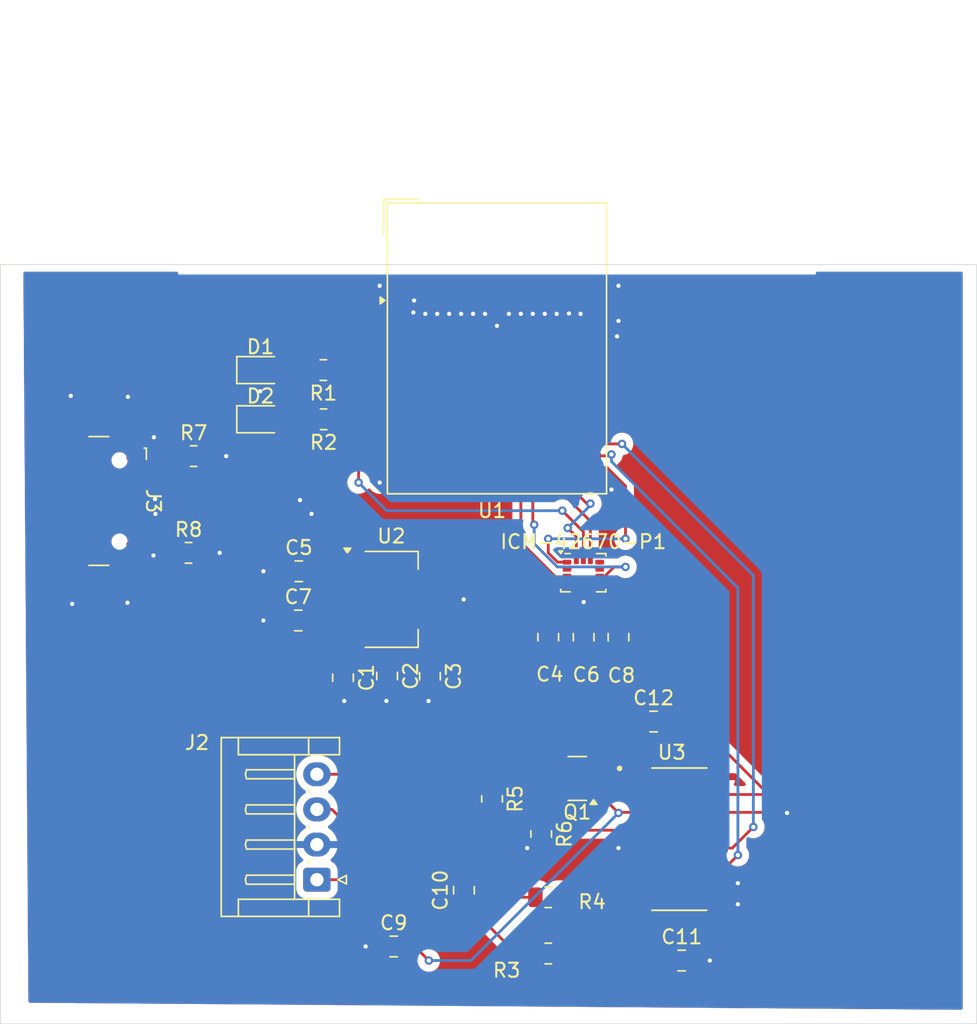
<source format=kicad_pcb>
(kicad_pcb (version 20241229) (generator "pcbnew") (generator_version "9.0")
  (layers (0 "F.Cu" signal) (2 "B.Cu" signal) (13 "F.Paste" user) (15 "B.Paste" user) (5 "F.SilkS" user "F.Silkscreen") (7 "B.SilkS" user "B.Silkscreen") (1 "F.Mask" user) (3 "B.Mask" user) (25 "Edge.Cuts" user))
  (net 0 "")
  (net 1 "+3.3V")
  (net 2 "VBUS")
  (net 3 "Net-(J2-Pin_1)")
  (net 4 "Net-(J2-Pin_4)")
  (net 5 "Net-(J2-Pin_3)")
  (net 6 "Net-(U3-VBG)")
  (net 7 "Net-(D1-A)")
  (net 8 "Net-(D2-A)")
  (net 10 "/MOSI")
  (net 13 "/INT1 Gyro")
  (net 15 "/CS Gyro")
  (net 16 "/MISO")
  (net 17 "/SCLK")
  (net 18 "/INT2 Gyro")
  (net 19 "/D+")
  (net 20 "/D-")
  (net 21 "Net-(J3-CC2)")
  (net 22 "Net-(J3-CC1)")
  (net 23 "Net-(Q1-B)")
  (net 24 "/LED")
  (net 25 "Net-(U3-INA+)")
  (net 26 "Net-(U3-INA-)")
  (net 27 "Net-(U3-VFB)")
  (net 31 "/EN")
  (net 32 "/HX711 DOUT")
  (net 45 "/HX711 PDSCK")
  (net 59 "GND")
  (footprint "Connector_JST:JST_EH_S4B-EH_1x04_P2.50mm_Horizontal" (layer "F.Cu") (at 122.5325 129.25 90)
    (property "Reference" "J2")
    (property "Value" "Conn_01x04_Pin")
  )
  (footprint "Capacitor_SMD:C_0805_2012Metric" (layer "F.Cu") (at 146.5 118)
    (property "Reference" "C12")
    (property "Value" "10uF")
  )
  (footprint "Capacitor_SMD:C_0805_2012Metric" (layer "F.Cu") (at 124.39 114.88 -90)
    (property "Reference" "C1")
    (property "Value" "1uF")
  )
  (footprint "Capacitor_SMD:C_0805_2012Metric" (layer "F.Cu") (at 144 112 -90)
    (property "Reference" "C8")
    (property "Value" "2.2u")
  )
  (footprint "Capacitor_SMD:C_0805_2012Metric" (layer "F.Cu") (at 130.58 114.78 -90)
    (property "Reference" "C3")
    (property "Value" "10uF")
  )
  (footprint "Resistor_SMD:R_0805_2012Metric" (layer "F.Cu") (at 122.99 93 180)
    (property "Reference" "R1")
    (property "Value" "320")
  )
  (footprint "Resistor_SMD:R_0805_2012Metric" (layer "F.Cu") (at 113.76 99.12)
    (property "Reference" "R7")
    (property "Value" "5.1k")
  )
  (footprint "Resistor_SMD:R_0805_2012Metric" (layer "F.Cu") (at 135 123.5 -90)
    (property "Reference" "R5")
    (property "Value" "20k")
  )
  (footprint "Resistor_SMD:R_0805_2012Metric" (layer "F.Cu") (at 139 134.5)
    (property "Reference" "R3")
    (property "Value" "100")
  )
  (footprint "Capacitor_SMD:C_0805_2012Metric" (layer "F.Cu") (at 148.5 135)
    (property "Reference" "C11")
    (property "Value" "0.1uF")
  )
  (footprint "Connector_USB:USB_C_Receptacle_GCT_USB4110" (layer "F.Cu") (at 105.875 102.31 -90)
    (property "Reference" "J3")
    (property "Value" "USB_C_Receptacle_USB2.0_14P" (hide yes))
  )
  (footprint "Capacitor_SMD:C_0805_2012Metric" (layer "F.Cu") (at 139 112 -90)
    (property "Reference" "C4")
    (property "Value" "10n")
  )
  (footprint "Resistor_SMD:R_0805_2012Metric" (layer "F.Cu") (at 139 130.5 180)
    (property "Reference" "R4")
    (property "Value" "100")
  )
  (footprint "HX711:SOP127P600X180-16N" (layer "F.Cu") (at 148.33 126.365)
    (property "Reference" "U3")
    (property "Value" "HX711")
  )
  (footprint "Capacitor_SMD:C_0805_2012Metric" (layer "F.Cu") (at 128 134)
    (property "Reference" "C9")
    (property "Value" "10uF")
  )
  (footprint "Resistor_SMD:R_0805_2012Metric" (layer "F.Cu") (at 113.3975 106)
    (property "Reference" "R8")
    (property "Value" "5.1k")
  )
  (footprint "LED_SMD:LED_0805_2012Metric" (layer "F.Cu") (at 118.515 93)
    (property "Reference" "D1")
    (property "Value" "LED")
  )
  (footprint "Capacitor_SMD:C_0805_2012Metric" (layer "F.Cu") (at 133 130 90)
    (property "Reference" "C10")
    (property "Value" "0.1uF")
  )
  (footprint "LED_SMD:LED_0805_2012Metric" (layer "F.Cu") (at 118.515 96.5)
    (property "Reference" "D2")
    (property "Value" "LED")
  )
  (footprint "RF_Module:ESP32-S2-MINI-1" (layer "F.Cu") (at 135.35 91.45)
    (property "Reference" "U1")
    (property "Value" "ESP32-S3-MINI-1")
  )
  (footprint "Capacitor_SMD:C_0805_2012Metric" (layer "F.Cu") (at 141.52 112 -90)
    (property "Reference" "C6")
    (property "Value" "0.1u")
  )
  (footprint "Package_LGA:LGA-14_3x2.5mm_P0.5mm_LayoutBorder3x4y" (layer "F.Cu") (at 141.5 107.4125)
    (property "Reference" "ICM-42670-P1")
    (property "Value" "~")
  )
  (footprint "Resistor_SMD:R_0805_2012Metric" (layer "F.Cu") (at 123.01 96.5 180)
    (property "Reference" "R2")
    (property "Value" "320")
  )
  (footprint "Package_TO_SOT_SMD:SOT-223-3_TabPin2" (layer "F.Cu") (at 127.83 109.31)
    (property "Reference" "U2")
    (property "Value" "MCP1825S")
  )
  (footprint "Capacitor_SMD:C_0805_2012Metric" (layer "F.Cu") (at 127.53 114.76 -90)
    (property "Reference" "C2")
    (property "Value" "0.1uF")
  )
  (footprint "Resistor_SMD:R_0805_2012Metric" (layer "F.Cu") (at 138.5 126 -90)
    (property "Reference" "R6")
    (property "Value" "13.3k")
  )
  (footprint "Capacitor_SMD:C_0805_2012Metric" (layer "F.Cu") (at 121.245 107.31)
    (property "Reference" "C5")
    (property "Value" "4.7u")
  )
  (footprint "Capacitor_SMD:C_0805_2012Metric" (layer "F.Cu") (at 121.205 110.81)
    (property "Reference" "C7")
    (property "Value" "1u")
  )
  (footprint "Package_TO_SOT_SMD:SOT-23" (layer "F.Cu") (at 141.0625 122.05 180)
    (property "Reference" "Q1")
    (property "Value" "PNP")
  )
  (gr_rect (start 100 85.5) (end 169.5 139.5) (stroke (width 0.05)) (fill no) (layer "Edge.Cuts"))
  (segment (start 145.725 118) (end 143.720532 118) (width 0.2) (layer "F.Cu") (net 1))
  (segment (start 140.125 121.595532) (end 140.125 122.05) (width 0.2) (layer "F.Cu") (net 1))
  (segment (start 122.155 112.285) (end 122.17 112.3) (width 0.2) (layer "F.Cu") (net 1))
  (segment (start 145.725 118) (end 145.725 121.855) (width 0.2) (layer "F.Cu") (net 1))
  (segment (start 128.35 89.75) (end 127.25 89.75) (width 0.2) (layer "F.Cu") (net 1))
  (segment (start 123.98 111.61) (end 122.96 112.63) (width 0.2) (layer "F.Cu") (net 1))
  (segment (start 124.68 111.61) (end 123.98 111.61) (width 0.2) (layer "F.Cu") (net 1))
  (segment (start 142.6625 108.1625) (end 145.1625 108.1625) (width 0.2) (layer "F.Cu") (net 1))
  (segment (start 123.52 96.5) (end 123.5 96.5) (width 0.2) (layer "F.Cu") (net 1))
  (segment (start 127.25 89.75) (end 127 89.5) (width 0.2) (layer "F.Cu") (net 1))
  (segment (start 143.720532 118) (end 140.125 121.595532) (width 0.2) (layer "F.Cu") (net 1))
  (segment (start 145.66 121.92) (end 151 121.92) (width 0.2) (layer "F.Cu") (net 1))
  (segment (start 124.68 111.61) (end 123.78 111.61) (width 0.2) (layer "F.Cu") (net 1))
  (segment (start 122.155 110.81) (end 122.155 112.285) (width 0.2) (layer "F.Cu") (net 1))
  (segment (start 141 108.325) (end 141 108.5) (width 0.2) (layer "F.Cu") (net 1))
  (segment (start 141 108.5) (end 140 109.5) (width 0.2) (layer "F.Cu") (net 1))
  (segment (start 145.725 121.855) (end 145.66 121.92) (width 0.2) (layer "F.Cu") (net 1))
  (segment (start 109.971968 99.91) (end 111.762968 98.119) (width 0.2) (layer "F.Cu") (net 2))
  (segment (start 111.6715 105.941057) (end 111.6715 106.68516) (width 0.2) (layer "F.Cu") (net 2))
  (segment (start 117.999 107.001) (end 118.716 106.284) (width 0.2) (layer "F.Cu") (net 2))
  (segment (start 122.02 107.31) (end 124.38 107.31) (width 0.2) (layer "F.Cu") (net 2))
  (segment (start 123.954 106.284) (end 124.68 107.01) (width 0.2) (layer "F.Cu") (net 2))
  (segment (start 109.555 99.91) (end 109.971968 99.91) (width 0.2) (layer "F.Cu") (net 2))
  (segment (start 115.928943 98.119) (end 124.68 106.870057) (width 0.2) (layer "F.Cu") (net 2))
  (segment (start 118.716 106.284) (end 123.954 106.284) (width 0.2) (layer "F.Cu") (net 2))
  (segment (start 124.68 106.870057) (end 124.68 107.01) (width 0.2) (layer "F.Cu") (net 2))
  (segment (start 124.38 107.31) (end 124.68 107.01) (width 0.2) (layer "F.Cu") (net 2))
  (segment (start 111.98734 107.001) (end 117.999 107.001) (width 0.2) (layer "F.Cu") (net 2))
  (segment (start 110.440443 104.71) (end 111.6715 105.941057) (width 0.2) (layer "F.Cu") (net 2))
  (segment (start 109.555 104.71) (end 110.440443 104.71) (width 0.2) (layer "F.Cu") (net 2))
  (segment (start 111.6715 106.68516) (end 111.98734 107.001) (width 0.2) (layer "F.Cu") (net 2))
  (segment (start 111.762968 98.119) (end 115.928943 98.119) (width 0.2) (layer "F.Cu") (net 2))
  (segment (start 124.025 129.25) (end 128.775 134) (width 0.2) (layer "F.Cu") (net 3))
  (segment (start 142 123) (end 142.5 123) (width 0.2) (layer "F.Cu") (net 3))
  (segment (start 129.5 134) (end 130.5 135) (width 0.2) (layer "F.Cu") (net 3))
  (segment (start 135 122.675) (end 141.675 122.675) (width 0.2) (layer "F.Cu") (net 3))
  (segment (start 128.775 134) (end 129.5 134) (width 0.2) (layer "F.Cu") (net 3))
  (segment (start 122.5325 129.25) (end 124.025 129.25) (width 0.2) (layer "F.Cu") (net 3))
  (segment (start 141.675 122.675) (end 142 123) (width 0.2) (layer "F.Cu") (net 3))
  (segment (start 144.04 124.46) (end 144 124.5) (width 0.2) (layer "F.Cu") (net 3))
  (segment (start 142.5 123) (end 144 124.5) (width 0.2) (layer "F.Cu") (net 3))
  (segment (start 145.66 124.46) (end 144.04 124.46) (width 0.2) (layer "F.Cu") (net 3))
  (via (at 144 124.5) (size 0.6) (drill 0.3) (layers "F.Cu" "B.Cu") (net 3))
  (via (at 130.5 135) (size 0.6) (drill 0.3) (layers "F.Cu" "B.Cu") (net 3))
  (segment (start 133.5 135) (end 130.5 135) (width 0.2) (layer "B.Cu") (net 3))
  (segment (start 144 124.5) (end 133.5 135) (width 0.2) (layer "B.Cu") (net 3))
  (segment (start 133 129.225) (end 133.225 129.225) (width 0.2) (layer "F.Cu") (net 4))
  (segment (start 125.525 121.75) (end 133 129.225) (width 0.2) (layer "F.Cu") (net 4))
  (segment (start 133.225 129.225) (end 134.5 130.5) (width 0.2) (layer "F.Cu") (net 4))
  (segment (start 122.5325 121.75) (end 125.525 121.75) (width 0.2) (layer "F.Cu") (net 4))
  (segment (start 134.5 130.5) (end 138.175 130.5) (width 0.2) (layer "F.Cu") (net 4))
  (segment (start 123.599943 124.25) (end 130.124943 130.775) (width 0.2) (layer "F.Cu") (net 5))
  (segment (start 136.725 134.5) (end 138.175 134.5) (width 0.2) (layer "F.Cu") (net 5))
  (segment (start 130.124943 130.775) (end 133 130.775) (width 0.2) (layer "F.Cu") (net 5))
  (segment (start 122.5325 124.25) (end 123.599943 124.25) (width 0.2) (layer "F.Cu") (net 5))
  (segment (start 133 130.775) (end 136.725 134.5) (width 0.2) (layer "F.Cu") (net 5))
  (segment (start 146.45 128.27) (end 147.725 129.545) (width 0.2) (layer "F.Cu") (net 6))
  (segment (start 147.725 129.545) (end 147.725 135) (width 0.2) (layer "F.Cu") (net 6))
  (segment (start 145.66 128.27) (end 146.45 128.27) (width 0.2) (layer "F.Cu") (net 6))
  (segment (start 122.48 93) (end 119 93) (width 0.2) (layer "F.Cu") (net 7))
  (segment (start 122.5 96.5) (end 119 96.5) (width 0.2) (layer "F.Cu") (net 8))
  (segment (start 142 102.5) (end 141.75 102.5) (width 0.2) (layer "F.Cu") (net 10))
  (segment (start 140.45 101.2) (end 140.45 101) (width 0.2) (layer "F.Cu") (net 10))
  (segment (start 141.75 102.5) (end 140.45 101.2) (width 0.2) (layer "F.Cu") (net 10))
  (segment (start 141 104.848529) (end 140.384294 104.232823) (width 0.2) (layer "F.Cu") (net 10))
  (segment (start 141 106.5) (end 141 104.848529) (width 0.2) (layer "F.Cu") (net 10))
  (via (at 142 102.5) (size 0.6) (drill 0.3) (layers "F.Cu" "B.Cu") (net 10))
  (via (at 140.384294 104.232823) (size 0.6) (drill 0.3) (layers "F.Cu" "B.Cu") (net 10))
  (segment (start 142 102.617117) (end 140.384294 104.232823) (width 0.2) (layer "B.Cu") (net 10))
  (segment (start 142 102.5) (end 142 102.617117) (width 0.2) (layer "B.Cu") (net 10))
  (segment (start 137.05 105.239348) (end 137.05 101) (width 0.2) (layer "F.Cu") (net 13))
  (segment (start 139.973152 108.1625) (end 137.05 105.239348) (width 0.2) (layer "F.Cu") (net 13))
  (segment (start 140.3375 108.1625) (end 139.973152 108.1625) (width 0.2) (layer "F.Cu") (net 13))
  (segment (start 142 103.752) (end 139.6 101.352) (width 0.2) (layer "F.Cu") (net 15))
  (segment (start 139.6 101.352) (end 139.6 101) (width 0.2) (layer "F.Cu") (net 15))
  (segment (start 142 106.5) (end 142 103.752) (width 0.2) (layer "F.Cu") (net 15))
  (segment (start 144.5 105) (end 144.5 101.25) (width 0.2) (layer "F.Cu") (net 16))
  (segment (start 139 105) (end 139 106) (width 0.2) (layer "F.Cu") (net 16))
  (segment (start 144.5 101.25) (end 143.2 99.95) (width 0.2) (layer "F.Cu") (net 16))
  (segment (start 139 106) (end 139.6625 106.6625) (width 0.2) (layer "F.Cu") (net 16))
  (segment (start 139.6625 106.6625) (end 140.3375 106.6625) (width 0.2) (layer "F.Cu") (net 16))
  (segment (start 143.2 99.95) (end 142.35 99.95) (width 0.2) (layer "F.Cu") (net 16))
  (via (at 139 105) (size 0.6) (drill 0.3) (layers "F.Cu" "B.Cu") (net 16))
  (via (at 144.5 105) (size 0.6) (drill 0.3) (layers "F.Cu" "B.Cu") (net 16))
  (segment (start 139 105) (end 144.5 105) (width 0.2) (layer "B.Cu") (net 16))
  (segment (start 128.15 97.4) (end 128.35 97.4) (width 0.2) (layer "F.Cu") (net 17))
  (segment (start 141.5 104.5) (end 140 103) (width 0.2) (layer "F.Cu") (net 17))
  (segment (start 125.5 101) (end 125.5 100.05) (width 0.2) (layer "F.Cu") (net 17))
  (segment (start 125.5 100.05) (end 128.15 97.4) (width 0.2) (layer "F.Cu") (net 17))
  (segment (start 141.5 106.5) (end 141.5 104.5) (width 0.2) (layer "F.Cu") (net 17))
  (via (at 140 103) (size 0.6) (drill 0.3) (layers "F.Cu" "B.Cu") (net 17))
  (via (at 125.5 101) (size 0.6) (drill 0.3) (layers "F.Cu" "B.Cu") (net 17))
  (segment (start 140 103) (end 127.5 103) (width 0.2) (layer "B.Cu") (net 17))
  (segment (start 127.5 103) (end 125.5 101) (width 0.2) (layer "B.Cu") (net 17))
  (segment (start 143.026848 107.6625) (end 142.6625 107.6625) (width 0.2) (layer "F.Cu") (net 18))
  (segment (start 137.9 101) (end 137.9 103.9) (width 0.2) (layer "F.Cu") (net 18))
  (segment (start 143.689348 107) (end 143.026848 107.6625) (width 0.2) (layer "F.Cu") (net 18))
  (segment (start 142.6625 107.6625) (end 142.6385 107.6385) (width 0.2) (layer "F.Cu") (net 18))
  (segment (start 142.6385 107.6385) (end 142.5 107.6385) (width 0.2) (layer "F.Cu") (net 18))
  (segment (start 138 101.1) (end 137.9 101) (width 0.2) (layer "F.Cu") (net 18))
  (segment (start 137.9 103.9) (end 138 104) (width 0.2) (layer "F.Cu") (net 18))
  (segment (start 144.5 107) (end 143.689348 107) (width 0.2) (layer "F.Cu") (net 18))
  (via (at 144.5 107) (size 0.6) (drill 0.3) (layers "F.Cu" "B.Cu") (net 18))
  (via (at 138 104) (size 0.6) (drill 0.3) (layers "F.Cu" "B.Cu") (net 18))
  (segment (start 144.5 107) (end 139.650057 107) (width 0.2) (layer "B.Cu") (net 18))
  (segment (start 139.650057 107) (end 138 105.349943) (width 0.2) (layer "B.Cu") (net 18))
  (segment (start 138 105.349943) (end 138 104) (width 0.2) (layer "B.Cu") (net 18))
  (segment (start 108.946176 103.06) (end 108.679 102.792824) (width 0.2) (layer "F.Cu") (net 19))
  (segment (start 136.2 101) (end 136.2 101.2) (width 0.2) (layer "F.Cu") (net 19))
  (segment (start 111.04 103.23) (end 110.87 103.06) (width 0.2) (layer "F.Cu") (net 19))
  (segment (start 109.555 103.06) (end 108.946176 103.06) (width 0.2) (layer "F.Cu") (net 19))
  (segment (start 134.17 103.23) (end 122.15 103.23) (width 0.2) (layer "F.Cu") (net 19))
  (segment (start 136.2 101.2) (end 134.17 103.23) (width 0.2) (layer "F.Cu") (net 19))
  (segment (start 110.87 103.06) (end 109.555 103.06) (width 0.2) (layer "F.Cu") (net 19))
  (segment (start 108.946176 102.06) (end 109.555 102.06) (width 0.2) (layer "F.Cu") (net 19))
  (segment (start 108.679 102.792824) (end 108.679 102.327176) (width 0.2) (layer "F.Cu") (net 19))
  (segment (start 108.679 102.327176) (end 108.946176 102.06) (width 0.2) (layer "F.Cu") (net 19))
  (via (at 122.15 103.23) (size 0.6) (drill 0.3) (layers "F.Cu" "B.Cu") (net 19))
  (via (at 111.04 103.23) (size 0.6) (drill 0.3) (layers "F.Cu" "B.Cu") (net 19))
  (segment (start 122.15 103.23) (end 111.04 103.23) (width 0.2) (layer "B.Cu") (net 19))
  (segment (start 111.01 102.18) (end 110.93 102.1) (width 0.2) (layer "F.Cu") (net 20))
  (segment (start 110.163824 101.56) (end 110.431 101.827176) (width 0.2) (layer "F.Cu") (net 20))
  (segment (start 134.3 102.25) (end 122.483358 102.25) (width 0.2) (layer "F.Cu") (net 20))
  (segment (start 122.483358 102.25) (end 121.33 102.25) (width 0.2) (layer "F.Cu") (net 20))
  (segment (start 135.35 101.2) (end 134.3 102.25) (width 0.2) (layer "F.Cu") (net 20))
  (segment (start 110.163824 102.56) (end 109.555 102.56) (width 0.2) (layer "F.Cu") (net 20))
  (segment (start 135.35 101) (end 135.35 101.2) (width 0.2) (layer "F.Cu") (net 20))
  (segment (start 110.431 102.1) (end 110.431 102.292824) (width 0.2) (layer "F.Cu") (net 20))
  (segment (start 109.555 101.56) (end 110.163824 101.56) (width 0.2) (layer "F.Cu") (net 20))
  (segment (start 110.93 102.1) (end 110.431 102.1) (width 0.2) (layer "F.Cu") (net 20))
  (segment (start 110.431 101.827176) (end 110.431 102.1) (width 0.2) (layer "F.Cu") (net 20))
  (segment (start 110.431 102.292824) (end 110.163824 102.56) (width 0.2) (layer "F.Cu") (net 20))
  (via (at 111.01 102.18) (size 0.6) (drill 0.3) (layers "F.Cu" "B.Cu") (net 20))
  (via (at 121.33 102.25) (size 0.6) (drill 0.3) (layers "F.Cu" "B.Cu") (net 20))
  (segment (start 118.678879 102.01) (end 118.678879 102.25) (width 0.2) (layer "B.Cu") (net 20))
  (segment (start 118.318879 101.335464) (end 118.438879 101.335464) (width 0.2) (layer "B.Cu") (net 20))
  (segment (start 118.078879 102.01) (end 118.078879 101.575464) (width 0.2) (layer "B.Cu") (net 20))
  (segment (start 118.678879 102.25) (end 118.678879 102.4786) (width 0.2) (layer "B.Cu") (net 20))
  (segment (start 111.01 102.18) (end 111.08 102.25) (width 0.2) (layer "B.Cu") (net 20))
  (segment (start 118.678879 101.575464) (end 118.678879 102.01) (width 0.2) (layer "B.Cu") (net 20))
  (segment (start 119.507479 102.25) (end 119.638879 102.25) (width 0.2) (layer "B.Cu") (net 20))
  (segment (start 119.638879 102.25) (end 120.706782 102.25) (width 0.2) (layer "B.Cu") (net 20))
  (segment (start 118.907479 102.7072) (end 119.050279 102.7072) (width 0.2) (layer "B.Cu") (net 20))
  (segment (start 111.08 102.25) (end 117.838879 102.25) (width 0.2) (layer "B.Cu") (net 20))
  (segment (start 120.706782 102.25) (end 121.33 102.25) (width 0.2) (layer "B.Cu") (net 20))
  (arc (start 119.050279 102.7072) (mid 119.211924 102.640245) (end 119.278879 102.4786) (width 0.2) (layer "B.Cu") (net 20))
  (arc (start 118.438879 101.335464) (mid 118.608585 101.405758) (end 118.678879 101.575464) (width 0.2) (layer "B.Cu") (net 20))
  (arc (start 117.838879 102.25) (mid 118.008585 102.179706) (end 118.078879 102.01) (width 0.2) (layer "B.Cu") (net 20))
  (arc (start 118.678879 102.4786) (mid 118.745834 102.640245) (end 118.907479 102.7072) (width 0.2) (layer "B.Cu") (net 20))
  (arc (start 119.278879 102.4786) (mid 119.345834 102.316955) (end 119.507479 102.25) (width 0.2) (layer "B.Cu") (net 20))
  (arc (start 118.078879 101.575464) (mid 118.149173 101.405758) (end 118.318879 101.335464) (width 0.2) (layer "B.Cu") (net 20))
  (segment (start 112.485 106) (end 110.545 104.06) (width 0.2) (layer "F.Cu") (net 21))
  (segment (start 110.545 104.06) (end 109.555 104.06) (width 0.2) (layer "F.Cu") (net 21))
  (segment (start 109.555 101.06) (end 110.9075 101.06) (width 0.2) (layer "F.Cu") (net 22))
  (segment (start 110.9075 101.06) (end 112.8475 99.12) (width 0.2) (layer "F.Cu") (net 22))
  (segment (start 142 121.1) (end 144.09 123.19) (width 0.2) (layer "F.Cu") (net 23))
  (segment (start 144.09 123.19) (end 145.66 123.19) (width 0.2) (layer "F.Cu") (net 23))
  (segment (start 123.5 93) (end 124 93) (width 0.2) (layer "F.Cu") (net 24))
  (segment (start 124 93) (end 124.15 93.15) (width 0.2) (layer "F.Cu") (net 24))
  (segment (start 124.15 93.15) (end 128.35 93.15) (width 0.2) (layer "F.Cu") (net 24))
  (segment (start 141.97 134.5) (end 145.66 130.81) (width 0.2) (layer "F.Cu") (net 25))
  (segment (start 139.825 134.5) (end 141.97 134.5) (width 0.2) (layer "F.Cu") (net 25))
  (segment (start 140.785 129.54) (end 145.66 129.54) (width 0.2) (layer "F.Cu") (net 26))
  (segment (start 139.825 130.5) (end 140.785 129.54) (width 0.2) (layer "F.Cu") (net 26))
  (segment (start 135 124.325) (end 137.65 124.325) (width 0.2) (layer "F.Cu") (net 27))
  (segment (start 139.055 125.73) (end 138.5 125.175) (width 0.2) (layer "F.Cu") (net 27))
  (segment (start 145.66 125.73) (end 139.055 125.73) (width 0.2) (layer "F.Cu") (net 27))
  (segment (start 137.65 124.325) (end 138.5 125.175) (width 0.2) (layer "F.Cu") (net 27))
  (segment (start 152.101 127) (end 153.601 125.5) (width 0.2) (layer "F.Cu") (net 32))
  (segment (start 151 127) (end 152.101 127) (width 0.2) (layer "F.Cu") (net 32))
  (segment (start 144.25 98.25) (end 142.35 98.25) (width 0.2) (layer "F.Cu") (net 32))
  (via (at 153.601 125.5) (size 0.6) (drill 0.3) (layers "F.Cu" "B.Cu") (net 32))
  (via (at 144.25 98.25) (size 0.6) (drill 0.3) (layers "F.Cu" "B.Cu") (net 32))
  (segment (start 153.601 107.601) (end 153.601 125.5) (width 0.2) (layer "B.Cu") (net 32))
  (segment (start 144.25 98.25) (end 153.601 107.601) (width 0.2) (layer "B.Cu") (net 32))
  (segment (start 151.73 128.27) (end 151 128.27) (width 0.2) (layer "F.Cu") (net 45))
  (segment (start 143.4 99.1) (end 143.5 99) (width 0.2) (layer "F.Cu") (net 45))
  (segment (start 152.5 127.5) (end 151.73 128.27) (width 0.2) (layer "F.Cu") (net 45))
  (segment (start 142.35 99.1) (end 143.4 99.1) (width 0.2) (layer "F.Cu") (net 45))
  (via (at 152.5 127.5) (size 0.6) (drill 0.3) (layers "F.Cu" "B.Cu") (net 45))
  (via (at 143.5 99) (size 0.6) (drill 0.3) (layers "F.Cu" "B.Cu") (net 45))
  (segment (start 143.5 99.5) (end 143.5 99) (width 0.2) (layer "B.Cu") (net 45))
  (segment (start 152.5 127.5) (end 152.5 108.5) (width 0.2) (layer "B.Cu") (net 45))
  (segment (start 152.5 108.5) (end 143.5 99.5) (width 0.2) (layer "B.Cu") (net 45))
  (segment (start 128.35 87) (end 127 87) (width 0.2) (layer "F.Cu") (net 59))
  (segment (start 141 110) (end 139.775 111.225) (width 0.2) (layer "F.Cu") (net 59))
  (segment (start 139.775 111.225) (end 139 111.225) (width 0.2) (layer "F.Cu") (net 59))
  (segment (start 131.95 89) (end 131.95 87) (width 0.2) (layer "F.Cu") (net 59))
  (segment (start 124.48 115.29) (end 124.48 116.535) (width 0.2) (layer "F.Cu") (net 59))
  (segment (start 137.9 89) (end 137.9 87) (width 0.2) (layer "F.Cu") (net 59))
  (segment (start 118.03 93) (end 118.03 94.03) (width 0.2) (layer "F.Cu") (net 59))
  (segment (start 141.52 109.5) (end 141.02 110) (width 0.2) (layer "F.Cu") (net 59))
  (segment (start 152.46 129.54) (end 152.5 129.5) (width 0.2) (layer "F.Cu") (net 59))
  (segment (start 141.52 109.5) (end 141.52 109.48) (width 0.2) (layer "F.Cu") (net 59))
  (segment (start 140.5 89) (end 140.475 88.975) (width 0.2) (layer "F.Cu") (net 59))
  (segment (start 144 90.5) (end 143.9 90.6) (width 0.2) (layer "F.Cu") (net 59))
  (segment (start 141.52 109.5) (end 142 109.98) (width 0.2) (layer "F.Cu") (net 59))
  (segment (start 141.02 110) (end 141 110) (width 0.2) (layer "F.Cu") (net 59))
  (segment (start 142.35 87) (end 144 87) (width 0.2) (layer "F.Cu") (net 59))
  (segment (start 143.75 89.75) (end 144 89.5) (width 0.2) (layer "F.Cu") (net 59))
  (segment (start 149.5 118) (end 154.69 123.19) (width 0.2) (layer "F.Cu") (net 59))
  (segment (start 138.5 126.825) (end 137.675 126.825) (width 0.2) (layer "F.Cu") (net 59))
  (segment (start 108.98 97.2) (end 108.98 95) (width 0.2) (layer "F.Cu") (net 59))
  (segment (start 108.98 109.48) (end 109.05 109.55) (width 0.2) (layer "F.Cu") (net 59))
  (segment (start 149.275 135) (end 150.5 135) (width 0.2) (layer "F.Cu") (net 59))
  (segment (start 135.35 94) (end 135.5 94) (width 0.2) (layer "F.Cu") (net 59))
  (segment (start 139.6 89) (end 139.6 87) (width 0.2) (layer "F.Cu") (net 59))
  (segment (start 133.7 92.35) (end 133.7 94) (width 0.2) (layer "F.Cu") (net 59))
  (segment (start 118.03 94.03) (end 118.5 94.5) (width 0.2) (layer "F.Cu") (net 59))
  (segment (start 140.45 88.95) (end 140.475 88.975) (width 0.2) (layer "F.Cu") (net 59))
  (segment (start 141.5 109.48) (end 141.5 108.325) (width 0.2) (layer "F.Cu") (net 59))
  (segment (start 145.66 127) (end 144 127) (width 0.2) (layer "F.Cu") (net 59))
  (segment (start 114.31 106) (end 115.61 106) (width 0.2) (layer "F.Cu") (net 59))
  (segment (start 129.4 87) (end 129.4 88) (width 0.2) (layer "F.Cu") (net 59))
  (segment (start 156 124.5) (end 155.96 124.46) (width 0.2) (layer "F.Cu") (net 59))
  (segment (start 128.35 88.9) (end 129.4 88.9) (width 0.2) (layer "F.Cu") (net 59))
  (segment (start 141.52 109.5) (end 141.5 109.48) (width 0.2) (layer "F.Cu") (net 59))
  (segment (start 135.35 89.85) (end 135.35 92.35) (width 0.2) (layer "F.Cu") (net 59))
  (segment (start 142 110) (end 143.225 111.225) (width 0.2) (layer "F.Cu") (net 59))
  (segment (start 137.675 126.825) (end 137.5 127) (width 0.2) (layer "F.Cu") (net 59))
  (segment (start 134.5 87) (end 134.5 89) (width 0.2) (layer "F.Cu") (net 59))
  (segment (start 142.35 101) (end 143 101) (width 0.2) (layer "F.Cu") (net 59))
  (segment (start 137.05 87) (end 137.05 89) (width 0.2) (layer "F.Cu") (net 59))
  (segment (start 136.2 89) (end 136.2 87) (width 0.2) (layer "F.Cu") (net 59))
  (segment (start 118.03 96.5) (end 118.03 94.97) (width 0.2) (layer "F.Cu") (net 59))
  (segment (start 137 92.35) (end 135.35 92.35) (width 0.2) (layer "F.Cu") (net 59))
  (segment (start 142 109) (end 142 108.325) (width 0.2) (layer "F.Cu") (net 59))
  (segment (start 152.5 131) (end 152.31 130.81) (width 0.2) (layer "F.Cu") (net 59))
  (segment (start 109.555 105.51) (end 110.22 105.51) (width 0.2) (layer "F.Cu") (net 59))
  (segment (start 133.65 89) (end 133.65 87) (width 0.2) (layer "F.Cu") (net 59))
  (segment (start 154.69 123.19) (end 156 124.5) (width 0.2) (layer "F.Cu") (net 59))
  (segment (start 129.5 89) (end 129.4 88.9) (width 0.2) (layer "F.Cu") (net 59))
  (segment (start 137 95.65) (end 137 94) (width 0.2) (layer "F.Cu") (net 59))
  (segment (start 151 123.19) (end 154.69 123.19) (width 0.2) (layer "F.Cu") (net 59))
  (segment (start 142.35 89.75) (end 143.75 89.75) (width 0.2) (layer "F.Cu") (net 59))
  (segment (start 127.225 134) (end 126 134) (width 0.2) (layer "F.Cu") (net 59))
  (segment (start 141.3 89) (end 141.3 87) (width 0.2) (layer "F.Cu") (net 59))
  (segment (start 155.96 124.46) (end 151 124.46) (width 0.2) (layer "F.Cu") (net 59))
  (segment (start 152.31 130.81) (end 151 130.81) (width 0.2) (layer "F.Cu") (net 59))
  (segment (start 133.65 92.35) (end 133.5 92.5) (width 0.2) (layer "F.Cu") (net 59))
  (segment (start 141.52 109.5) (end 141.52 111.225) (width 0.2) (layer "F.Cu") (net 59))
  (segment (start 120.43 110.81) (end 118.725 110.81) (width 0.2) (layer "F.Cu") (net 59))
  (segment (start 135.35 89.85) (end 135.35 87) (width 0.2) (layer "F.Cu") (net 59))
  (segment (start 143.225 111.225) (end 144 111.225) (width 0.2) (layer "F.Cu") (net 59))
  (segment (start 130.48 115.31) (end 130.48 116.535) (width 0.2) (layer "F.Cu") (net 59))
  (segment (start 110.22 105.51) (end 110.9 106.19) (width 0.2) (layer "F.Cu") (net 59))
  (segment (start 147.275 118) (end 149.5 118) (width 0.2) (layer "F.Cu") (net 59))
  (segment (start 108.98 107.42) (end 108.98 109.48) (width 0.2) (layer "F.Cu") (net 59))
  (segment (start 128.35 88.05) (end 129.45 88.05) (width 0.2) (layer "F.Cu") (net 59))
  (segment (start 105.05 97.2) (end 105.05 94.87) (width 0.2) (layer "F.Cu") (net 59))
  (segment (start 120.47 107.31) (end 118.725 107.31) (width 0.2) (layer "F.Cu") (net 59))
  (segment (start 128.35 101) (end 127 101) (width 0.2) (layer "F.Cu") (net 59))
  (segment (start 140.45 87) (end 140.45 88.95) (width 0.2) (layer "F.Cu") (net 59))
  (segment (start 127.48 115.31) (end 127.48 116.535) (width 0.2) (layer "F.Cu") (net 59))
  (segment (start 135.35 95.65) (end 137 95.65) (width 0.2) (layer "F.Cu") (net 59))
  (segment (start 135.35 92.35) (end 135.35 94) (width 0.2) (layer "F.Cu") (net 59))
  (segment (start 129.4 88) (end 129.45 88.05) (width 0.2) (layer "F.Cu") (net 59))
  (segment (start 135.35 95.65) (end 133.7 95.65) (width 0.2) (layer "F.Cu") (net 59))
  (segment (start 133.7 94) (end 133.7 95.65) (width 0.2) (layer "F.Cu") (net 59))
  (segment (start 142 109.98) (end 142 110) (width 0.2) (layer "F.Cu") (net 59))
  (segment (start 137 94) (end 137 92.35) (width 0.2) (layer "F.Cu") (net 59))
  (segment (start 138.75 89) (end 138.75 87) (width 0.2) (layer "F.Cu") (net 59))
  (segment (start 132.98 109.31) (end 130.98 109.31) (width 0.2) (layer "F.Cu") (net 59))
  (segment (start 151 129.54) (end 152.46 129.54) (width 0.2) (layer "F.Cu") (net 59))
  (segment (start 108.98 95) (end 109.08 94.9) (width 0.2) (layer "F.Cu") (net 59))
  (segment (start 122.47 109.31) (end 120.47 107.31) (width 0.2) (layer "F.Cu") (net 59))
  (segment (start 118.03 94.97) (end 118.5 94.5) (width 0.2) (layer "F.Cu") (net 59))
  (segment (start 114.6725 99.12) (end 116.08 99.12) (width 0.2) (layer "F.Cu") (net 59))
  (segment (start 105.05 109.57) (end 105.11 109.63) (width 0.2) (layer "F.Cu") (net 59))
  (segment (start 135.5 94) (end 135.35 94.15) (width 0.2) (layer "F.Cu") (net 59))
  (segment (start 109.6 99.11) (end 110.93 97.78) (width 0.2) (layer "F.Cu") (net 59))
  (segment (start 105.05 94.87) (end 105.01 94.83) (width 0.2) (layer "F.Cu") (net 59))
  (segment (start 105.05 107.42) (end 105.05 109.57) (width 0.2) (layer "F.Cu") (net 59))
  (segment (start 130.25 87) (end 130.25 89) (width 0.2) (layer "F.Cu") (net 59))
  (segment (start 129.5 88) (end 129.45 88.05) (width 0.2) (layer "F.Cu") (net 59))
  (segment (start 122.47 109.31) (end 124.68 109.31) (width 0.2) (layer "F.Cu") (net 59))
  (segment (start 141.52 109.48) (end 142 109) (width 0.2) (layer "F.Cu") (net 59))
  (segment (start 133.7 92.35) (end 133.65 92.35) (width 0.2) (layer "F.Cu") (net 59))
  (segment (start 132.8 89) (end 132.8 87) (width 0.2) (layer "F.Cu") (net 59))
  (segment (start 131.1 87) (end 131.1 89) (width 0.2) (layer "F.Cu") (net 59))
  (segment (start 142.35 90.6) (end 143.9 90.6) (width 0.2) (layer "F.Cu") (net 59))
  (segment (start 109.555 99.11) (end 109.6 99.11) (width 0.2) (layer "F.Cu") (net 59))
  (segment (start 143 101) (end 143.5 101.5) (width 0.2) (layer "F.Cu") (net 59))
  (via (at 133.65 89) (size 0.6) (drill 0.3) (layers "F.Cu" "B.Cu") (net 59))
  (via (at 109.08 94.9) (size 0.6) (drill 0.3) (layers "F.Cu" "B.Cu") (net 59))
  (via (at 110.93 97.78) (size 0.6) (drill 0.3) (layers "F.Cu" "B.Cu") (net 59))
  (via (at 118.5 94.5) (size 0.6) (drill 0.3) (layers "F.Cu" "B.Cu") (net 59))
  (via (at 141.52 109.5) (size 0.6) (drill 0.3) (layers "F.Cu" "B.Cu") (net 59))
  (via (at 152.5 129.5) (size 0.6) (drill 0.3) (layers "F.Cu" "B.Cu") (net 59))
  (via (at 143.5 101.5) (size 0.6) (drill 0.3) (layers "F.Cu" "B.Cu") (net 59))
  (via (at 144 127) (size 0.6) (drill 0.3) (layers "F.Cu" "B.Cu") (net 59))
  (via (at 105.11 109.63) (size 0.6) (drill 0.3) (layers "F.Cu" "B.Cu") (net 59))
  (via (at 137.9 89) (size 0.6) (drill 0.3) (layers "F.Cu" "B.Cu") (net 59))
  (via (at 118.725 107.31) (size 0.6) (drill 0.3) (layers "F.Cu" "B.Cu") (net 59))
  (via (at 110.9 106.19) (size 0.6) (drill 0.3) (layers "F.Cu" "B.Cu") (net 59))
  (via (at 156 124.5) (size 0.6) (drill 0.3) (layers "F.Cu" "B.Cu") (net 59))
  (via (at 152.5 131) (size 0.6) (drill 0.3) (layers "F.Cu" "B.Cu") (net 59))
  (via (at 135.35 89.85) (size 0.6) (drill 0.3) (layers "F.Cu" "B.Cu") (net 59))
  (via (at 127 101) (size 0.6) (drill 0.3) (layers "F.Cu" "B.Cu") (net 59))
  (via (at 137.05 89) (size 0.6) (drill 0.3) (layers "F.Cu" "B.Cu") (net 59))
  (via (at 126 134) (size 0.6) (drill 0.3) (layers "F.Cu" "B.Cu") (net 59))
  (via (at 139.6 89) (size 0.6) (drill 0.3) (layers "F.Cu" "B.Cu") (net 59))
  (via (at 144 89.5) (size 0.6) (drill 0.3) (layers "F.Cu" "B.Cu") (net 59))
  (via (at 127 87) (size 0.6) (drill 0.3) (layers "F.Cu" "B.Cu") (net 59))
  (via (at 143.9 90.6) (size 0.6) (drill 0.3) (layers "F.Cu" "B.Cu") (net 59))
  (via (at 124.48 116.535) (size 0.6) (drill 0.3) (layers "F.Cu" "B.Cu") (net 59))
  (via (at 150.5 135) (size 0.6) (drill 0.3) (layers "F.Cu" "B.Cu") (net 59))
  (via (at 138.75 89) (size 0.6) (drill 0.3) (layers "F.Cu" "B.Cu") (net 59))
  (via (at 127.48 116.535) (size 0.6) (drill 0.3) (layers "F.Cu" "B.Cu") (net 59))
  (via (at 130.25 89) (size 0.6) (drill 0.3) (layers "F.Cu" "B.Cu") (net 59))
  (via (at 132.98 109.31) (size 0.6) (drill 0.3) (layers "F.Cu" "B.Cu") (net 59))
  (via (at 132.8 89) (size 0.6) (drill 0.3) (layers "F.Cu" "B.Cu") (net 59))
  (via (at 144 87) (size 0.6) (drill 0.3) (layers "F.Cu" "B.Cu") (net 59))
  (via (at 140.475 88.975) (size 0.6) (drill 0.3) (layers "F.Cu" "B.Cu") (net 59))
  (via (at 137.5 127) (size 0.6) (drill 0.3) (layers "F.Cu" "B.Cu") (net 59))
  (via (at 109.05 109.55) (size 0.6) (drill 0.3) (layers "F.Cu" "B.Cu") (net 59))
  (via (at 134.5 89) (size 0.6) (drill 0.3) (layers "F.Cu" "B.Cu") (net 59))
  (via (at 131.95 89) (size 0.6) (drill 0.3) (layers "F.Cu" "B.Cu") (net 59))
  (via (at 130.48 116.535) (size 0.6) (drill 0.3) (layers "F.Cu" "B.Cu") (net 59))
  (via (at 141.3 89) (size 0.6) (drill 0.3) (layers "F.Cu" "B.Cu") (net 59))
  (via (at 129.4 88.9) (size 0.6) (drill 0.3) (layers "F.Cu" "B.Cu") (net 59))
  (via (at 129.45 88.05) (size 0.6) (drill 0.3) (layers "F.Cu" "B.Cu") (net 59))
  (via (at 131.1 89) (size 0.6) (drill 0.3) (layers "F.Cu" "B.Cu") (net 59))
  (via (at 115.61 106) (size 0.6) (drill 0.3) (layers "F.Cu" "B.Cu") (net 59))
  (via (at 116.08 99.12) (size 0.6) (drill 0.3) (layers "F.Cu" "B.Cu") (net 59))
  (via (at 118.725 110.81) (size 0.6) (drill 0.3) (layers "F.Cu" "B.Cu") (net 59))
  (via (at 105.01 94.83) (size 0.6) (drill 0.3) (layers "F.Cu" "B.Cu") (net 59))
  (via (at 136.2 89) (size 0.6) (drill 0.3) (layers "F.Cu" "B.Cu") (net 59))
  (zone (net 1) (net_name "+3.3V") (layer "F.Cu") (connect_pads (clearance 0.5)) (min_thickness 0.25) (fill yes (thermal_gap 0.5) (thermal_bridge_width 0.5))
    (polygon (pts (xy 101.636625 85.310719) (xy 168.5 85.8097) (xy 168.5 138.5) (xy 102 138)))
  )
  (zone (net 59) (net_name "GND") (layer "B.Cu") (priority 1) (connect_pads (clearance 0.5)) (min_thickness 0.25) (fill yes (thermal_gap 0.5) (thermal_bridge_width 0.5))
    (polygon (pts (xy 168.5 85.649253) (xy 168.5 138.5) (xy 102 138) (xy 101.635519 85.150264)))
  )
)
</source>
